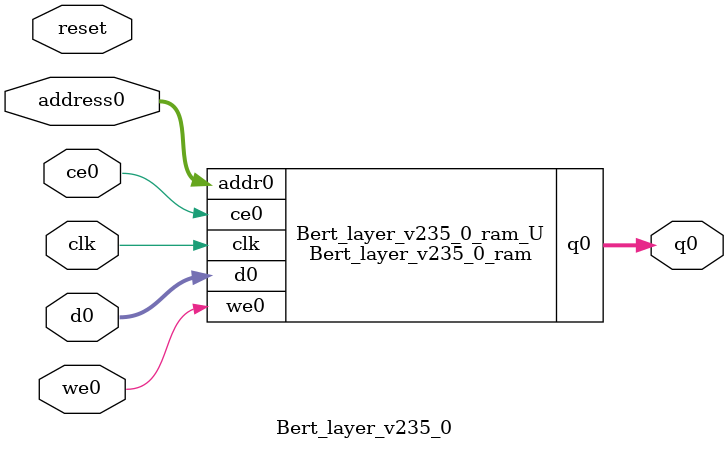
<source format=v>
`timescale 1 ns / 1 ps
module Bert_layer_v235_0_ram (addr0, ce0, d0, we0, q0,  clk);

parameter DWIDTH = 32;
parameter AWIDTH = 12;
parameter MEM_SIZE = 3072;

input[AWIDTH-1:0] addr0;
input ce0;
input[DWIDTH-1:0] d0;
input we0;
output reg[DWIDTH-1:0] q0;
input clk;

(* ram_style = "block" *)reg [DWIDTH-1:0] ram[0:MEM_SIZE-1];




always @(posedge clk)  
begin 
    if (ce0) begin
        if (we0) 
            ram[addr0] <= d0; 
        q0 <= ram[addr0];
    end
end


endmodule

`timescale 1 ns / 1 ps
module Bert_layer_v235_0(
    reset,
    clk,
    address0,
    ce0,
    we0,
    d0,
    q0);

parameter DataWidth = 32'd32;
parameter AddressRange = 32'd3072;
parameter AddressWidth = 32'd12;
input reset;
input clk;
input[AddressWidth - 1:0] address0;
input ce0;
input we0;
input[DataWidth - 1:0] d0;
output[DataWidth - 1:0] q0;



Bert_layer_v235_0_ram Bert_layer_v235_0_ram_U(
    .clk( clk ),
    .addr0( address0 ),
    .ce0( ce0 ),
    .we0( we0 ),
    .d0( d0 ),
    .q0( q0 ));

endmodule


</source>
